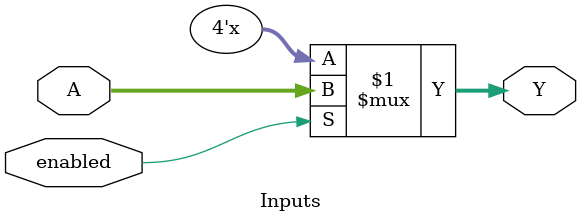
<source format=v>
module Inputs(input enabled, input [3:0] A, output [3:0] Y);

    assign Y = enabled ? A : 4'bz;

endmodule

</source>
